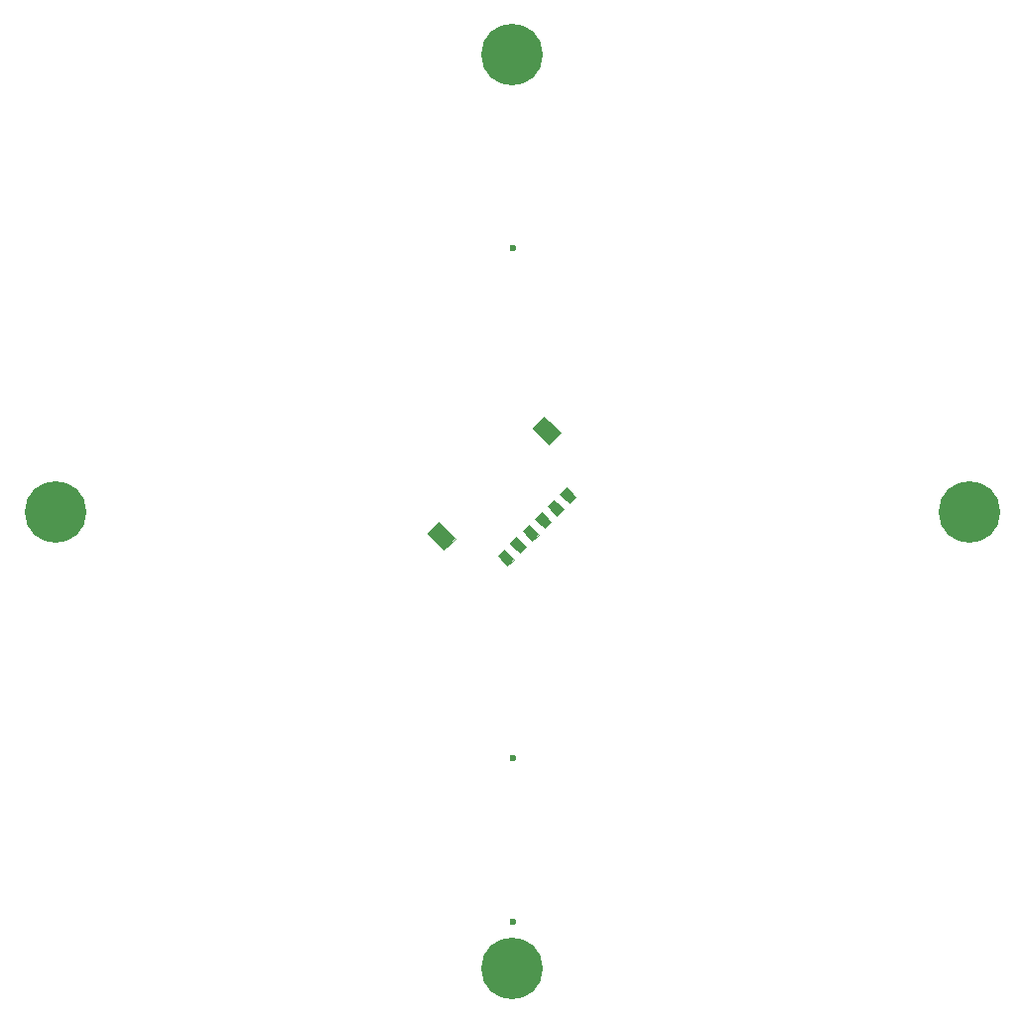
<source format=gbr>
%TF.GenerationSoftware,KiCad,Pcbnew,9.0.0*%
%TF.CreationDate,2025-03-12T18:23:27-07:00*%
%TF.ProjectId,Z_Face_V2,5a5f4661-6365-45f5-9632-2e6b69636164,3.1*%
%TF.SameCoordinates,Original*%
%TF.FileFunction,Soldermask,Bot*%
%TF.FilePolarity,Negative*%
%FSLAX46Y46*%
G04 Gerber Fmt 4.6, Leading zero omitted, Abs format (unit mm)*
G04 Created by KiCad (PCBNEW 9.0.0) date 2025-03-12 18:23:27*
%MOMM*%
%LPD*%
G01*
G04 APERTURE LIST*
%ADD10C,0.010000*%
%ADD11C,0.600000*%
%ADD12C,5.250000*%
G04 APERTURE END LIST*
D10*
%TO.C,J1*%
X153603277Y-78286083D02*
X152611630Y-79277730D01*
X151231075Y-77897174D01*
X152222721Y-76905528D01*
X153603277Y-78286083D01*
G36*
X153603277Y-78286083D02*
G01*
X152611630Y-79277730D01*
X151231075Y-77897174D01*
X152222721Y-76905528D01*
X153603277Y-78286083D01*
G37*
X144615950Y-87273410D02*
X143624303Y-88265057D01*
X142243748Y-86884501D01*
X143235394Y-85892855D01*
X144615950Y-87273410D01*
G36*
X144615950Y-87273410D02*
G01*
X143624303Y-88265057D01*
X142243748Y-86884501D01*
X143235394Y-85892855D01*
X144615950Y-87273410D01*
G37*
X154918495Y-83744947D02*
X154386468Y-84276975D01*
X153571598Y-83462105D01*
X154103626Y-82930078D01*
X154918495Y-83744947D01*
G36*
X154918495Y-83744947D02*
G01*
X154386468Y-84276975D01*
X153571598Y-83462105D01*
X154103626Y-82930078D01*
X154918495Y-83744947D01*
G37*
X153857835Y-84805608D02*
X153325808Y-85337635D01*
X152510938Y-84522765D01*
X153042965Y-83990738D01*
X153857835Y-84805608D01*
G36*
X153857835Y-84805608D02*
G01*
X153325808Y-85337635D01*
X152510938Y-84522765D01*
X153042965Y-83990738D01*
X153857835Y-84805608D01*
G37*
X152797175Y-85866268D02*
X152265148Y-86398295D01*
X151450278Y-85583425D01*
X151982305Y-85051398D01*
X152797175Y-85866268D01*
G36*
X152797175Y-85866268D02*
G01*
X152265148Y-86398295D01*
X151450278Y-85583425D01*
X151982305Y-85051398D01*
X152797175Y-85866268D01*
G37*
X151736515Y-86926928D02*
X151204488Y-87458955D01*
X150389618Y-86644085D01*
X150921645Y-86112058D01*
X151736515Y-86926928D01*
G36*
X151736515Y-86926928D02*
G01*
X151204488Y-87458955D01*
X150389618Y-86644085D01*
X150921645Y-86112058D01*
X151736515Y-86926928D01*
G37*
X150675855Y-87987588D02*
X150143828Y-88519615D01*
X149328958Y-87704745D01*
X149860985Y-87172718D01*
X150675855Y-87987588D01*
G36*
X150675855Y-87987588D02*
G01*
X150143828Y-88519615D01*
X149328958Y-87704745D01*
X149860985Y-87172718D01*
X150675855Y-87987588D01*
G37*
X149615195Y-89048248D02*
X149083167Y-89580275D01*
X148268298Y-88765406D01*
X148800325Y-88233378D01*
X149615195Y-89048248D01*
G36*
X149615195Y-89048248D02*
G01*
X149083167Y-89580275D01*
X148268298Y-88765406D01*
X148800325Y-88233378D01*
X149615195Y-89048248D01*
G37*
%TD*%
D11*
%TO.C,REF\u002A\u002A*%
X149564000Y-105988780D03*
X149564000Y-62462780D03*
X149564000Y-119952780D03*
%TD*%
D12*
%TO.C,J4*%
X110500000Y-85000000D03*
%TD*%
%TO.C,J5*%
X149500000Y-124000000D03*
%TD*%
%TO.C,J6*%
X149500000Y-46000000D03*
%TD*%
%TO.C,J7*%
X188500000Y-85000000D03*
%TD*%
M02*

</source>
